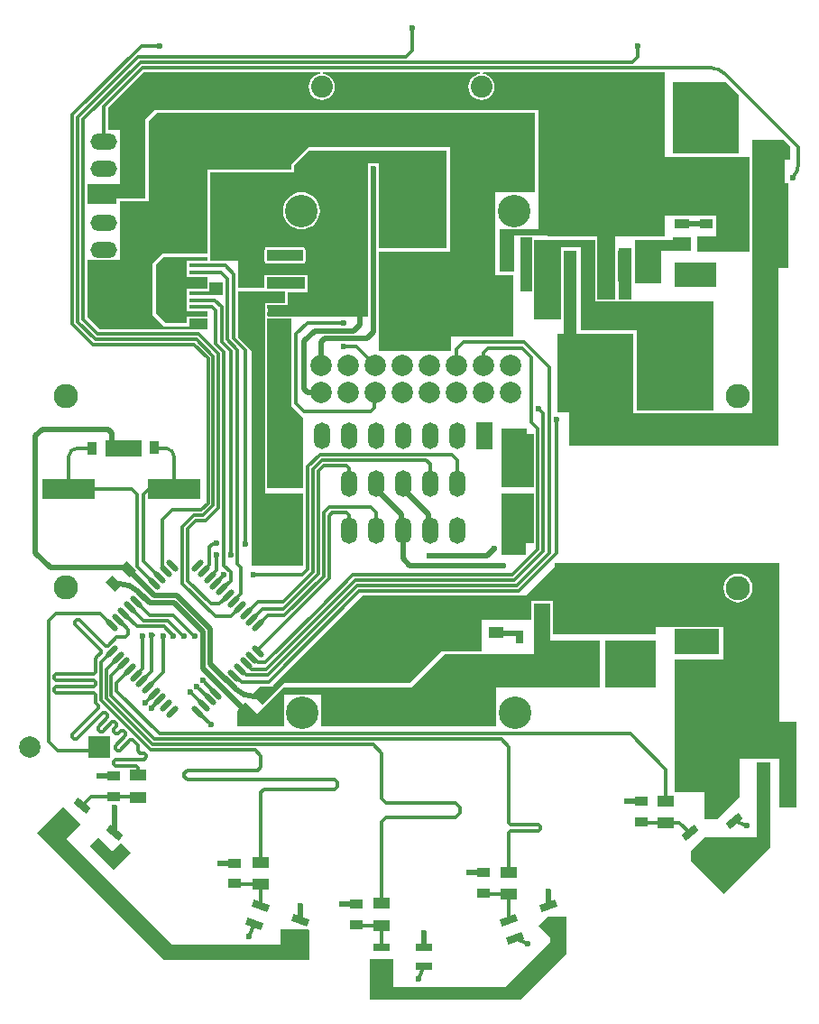
<source format=gbl>
G04*
G04 #@! TF.GenerationSoftware,Altium Limited,Altium Designer,19.0.15 (446)*
G04*
G04 Layer_Physical_Order=2*
G04 Layer_Color=16711680*
%FSLAX44Y44*%
%MOMM*%
G71*
G01*
G75*
%ADD14C,0.5000*%
%ADD16R,0.7000X1.3000*%
%ADD23R,1.3800X0.9200*%
%ADD24R,0.9000X1.3000*%
%ADD48C,0.3000*%
%ADD49C,3.0500*%
%ADD50O,1.4000X2.0000*%
%ADD51R,1.5000X2.0000*%
%ADD52C,2.0500*%
%ADD53R,2.0000X1.6000*%
%ADD54C,2.2860*%
%ADD55O,1.5000X2.5000*%
%ADD56R,1.5000X2.5000*%
%ADD57O,2.5000X1.5000*%
%ADD58R,2.0000X2.0000*%
%ADD59C,2.0000*%
G04:AMPARAMS|DCode=60|XSize=2.5mm|YSize=1.2mm|CornerRadius=0mm|HoleSize=0mm|Usage=FLASHONLY|Rotation=45.000|XOffset=0mm|YOffset=0mm|HoleType=Round|Shape=Round|*
%AMOVALD60*
21,1,1.3000,1.2000,0.0000,0.0000,45.0*
1,1,1.2000,-0.4596,-0.4596*
1,1,1.2000,0.4596,0.4596*
%
%ADD60OVALD60*%

G04:AMPARAMS|DCode=61|XSize=2.5mm|YSize=1.2mm|CornerRadius=0mm|HoleSize=0mm|Usage=FLASHONLY|Rotation=45.000|XOffset=0mm|YOffset=0mm|HoleType=Round|Shape=Rectangle|*
%AMROTATEDRECTD61*
4,1,4,-0.4596,-1.3082,-1.3082,-0.4596,0.4596,1.3082,1.3082,0.4596,-0.4596,-1.3082,0.0*
%
%ADD61ROTATEDRECTD61*%

%ADD62C,0.6000*%
%ADD63R,1.5000X1.5000*%
%ADD64R,6.8326X6.5000*%
%ADD65R,1.8970X5.7038*%
%ADD66R,0.9200X1.3800*%
%ADD67R,1.3000X0.9000*%
%ADD68R,1.3500X1.0000*%
G04:AMPARAMS|DCode=69|XSize=0.9mm|YSize=1.3mm|CornerRadius=0mm|HoleSize=0mm|Usage=FLASHONLY|Rotation=225.000|XOffset=0mm|YOffset=0mm|HoleType=Round|Shape=Rectangle|*
%AMROTATEDRECTD69*
4,1,4,-0.1414,0.7778,0.7778,-0.1414,0.1414,-0.7778,-0.7778,0.1414,-0.1414,0.7778,0.0*
%
%ADD69ROTATEDRECTD69*%

%ADD70R,2.1500X1.7000*%
%ADD71R,3.5000X5.4000*%
%ADD72R,11.0000X11.3000*%
%ADD73R,1.2500X3.0000*%
%ADD74R,4.9500X1.9500*%
G04:AMPARAMS|DCode=75|XSize=0.69mm|YSize=1.57mm|CornerRadius=0mm|HoleSize=0mm|Usage=FLASHONLY|Rotation=110.000|XOffset=0mm|YOffset=0mm|HoleType=Round|Shape=Rectangle|*
%AMROTATEDRECTD75*
4,1,4,0.8557,-0.0557,-0.6197,-0.5927,-0.8557,0.0557,0.6197,0.5927,0.8557,-0.0557,0.0*
%
%ADD75ROTATEDRECTD75*%

G04:AMPARAMS|DCode=76|XSize=0.69mm|YSize=1.57mm|CornerRadius=0mm|HoleSize=0mm|Usage=FLASHONLY|Rotation=130.000|XOffset=0mm|YOffset=0mm|HoleType=Round|Shape=Rectangle|*
%AMROTATEDRECTD76*
4,1,4,0.8231,0.2403,-0.3796,-0.7689,-0.8231,-0.2403,0.3796,0.7689,0.8231,0.2403,0.0*
%
%ADD76ROTATEDRECTD76*%

G04:AMPARAMS|DCode=77|XSize=0.55mm|YSize=1.4mm|CornerRadius=0mm|HoleSize=0mm|Usage=FLASHONLY|Rotation=45.000|XOffset=0mm|YOffset=0mm|HoleType=Round|Shape=Round|*
%AMOVALD77*
21,1,0.8500,0.5500,0.0000,0.0000,135.0*
1,1,0.5500,0.3005,-0.3005*
1,1,0.5500,-0.3005,0.3005*
%
%ADD77OVALD77*%

G04:AMPARAMS|DCode=78|XSize=0.55mm|YSize=1.4mm|CornerRadius=0mm|HoleSize=0mm|Usage=FLASHONLY|Rotation=135.000|XOffset=0mm|YOffset=0mm|HoleType=Round|Shape=Round|*
%AMOVALD78*
21,1,0.8500,0.5500,0.0000,0.0000,225.0*
1,1,0.5500,0.3005,0.3005*
1,1,0.5500,-0.3005,-0.3005*
%
%ADD78OVALD78*%

G04:AMPARAMS|DCode=79|XSize=0.69mm|YSize=1.57mm|CornerRadius=0mm|HoleSize=0mm|Usage=FLASHONLY|Rotation=50.000|XOffset=0mm|YOffset=0mm|HoleType=Round|Shape=Rectangle|*
%AMROTATEDRECTD79*
4,1,4,0.3796,-0.7689,-0.8231,0.2403,-0.3796,0.7689,0.8231,-0.2403,0.3796,-0.7689,0.0*
%
%ADD79ROTATEDRECTD79*%

%ADD80R,1.5500X1.0000*%
G04:AMPARAMS|DCode=81|XSize=0.69mm|YSize=1.57mm|CornerRadius=0mm|HoleSize=0mm|Usage=FLASHONLY|Rotation=70.000|XOffset=0mm|YOffset=0mm|HoleType=Round|Shape=Rectangle|*
%AMROTATEDRECTD81*
4,1,4,0.6197,-0.5927,-0.8557,-0.0557,-0.6197,0.5927,0.8557,0.0557,0.6197,-0.5927,0.0*
%
%ADD81ROTATEDRECTD81*%

%ADD82R,1.5700X0.6900*%
%ADD83R,1.5000X0.4000*%
%ADD84R,1.0000X1.5500*%
G36*
X2099000Y417000D02*
X2178000D01*
Y328000D01*
X2129000D01*
Y342000D01*
X2147000D01*
Y362000D01*
X2099000D01*
Y342000D01*
X2052000D01*
Y283039D01*
X2035039D01*
Y339000D01*
X2035000Y339197D01*
Y343154D01*
X1957000Y343154D01*
X1957000Y309000D01*
X1944000D01*
Y348742D01*
X1980000D01*
Y461000D01*
X1620000D01*
X1611000Y452000D01*
Y378000D01*
X1584000D01*
Y373000D01*
X1557000D01*
Y391000D01*
X1587000D01*
Y442000D01*
X1576000D01*
Y463000D01*
X1609000Y496000D01*
X1775116D01*
X1775199Y494730D01*
X1773362Y494488D01*
X1770383Y493254D01*
X1767824Y491290D01*
X1765860Y488731D01*
X1764626Y485751D01*
X1764205Y482553D01*
X1764626Y479356D01*
X1765860Y476376D01*
X1767824Y473817D01*
X1770383Y471853D01*
X1773362Y470619D01*
X1776560Y470198D01*
X1779758Y470619D01*
X1782738Y471853D01*
X1785297Y473817D01*
X1787261Y476376D01*
X1788495Y479356D01*
X1788916Y482553D01*
X1788495Y485751D01*
X1787261Y488731D01*
X1785297Y491290D01*
X1782738Y493254D01*
X1779758Y494488D01*
X1777921Y494730D01*
X1778005Y496000D01*
X1925116D01*
X1925199Y494730D01*
X1923362Y494488D01*
X1920383Y493254D01*
X1917824Y491290D01*
X1915860Y488731D01*
X1914626Y485751D01*
X1914205Y482553D01*
X1914626Y479356D01*
X1915860Y476376D01*
X1917824Y473817D01*
X1920383Y471853D01*
X1923362Y470619D01*
X1926560Y470198D01*
X1929758Y470619D01*
X1932738Y471853D01*
X1935297Y473817D01*
X1937261Y476376D01*
X1938495Y479356D01*
X1938916Y482553D01*
X1938495Y485751D01*
X1937261Y488731D01*
X1935297Y491290D01*
X1932738Y493254D01*
X1929758Y494488D01*
X1927921Y494730D01*
X1928005Y496000D01*
X2099000D01*
Y417000D01*
D02*
G37*
G36*
X2168000Y475000D02*
Y420000D01*
X2106000D01*
Y487000D01*
X2156000D01*
X2168000Y475000D01*
D02*
G37*
G36*
X1894000Y331000D02*
X1830000D01*
Y411000D01*
X1825963D01*
X1824736Y411244D01*
X1823510Y411000D01*
X1820000D01*
X1820000Y409000D01*
Y407966D01*
X1819638Y406146D01*
X1820000Y404326D01*
X1820000Y267000D01*
X1748197Y267000D01*
X1748000Y267039D01*
X1725676Y267039D01*
Y277961D01*
X1742000D01*
X1742197Y278000D01*
X1745000D01*
Y290000D01*
X1763522D01*
Y306000D01*
X1761197D01*
X1761000Y306039D01*
X1725000D01*
X1724803Y306000D01*
X1723000D01*
Y304197D01*
X1722961Y304000D01*
X1722961Y294000D01*
X1697990Y294000D01*
Y319000D01*
X1672000Y319000D01*
Y402000D01*
X1751000D01*
Y409000D01*
X1765000Y423000D01*
X1894000D01*
Y331000D01*
D02*
G37*
G36*
X2123000Y329000D02*
X2095000D01*
Y298000D01*
X2071000D01*
Y339197D01*
X2106000D01*
Y341000D01*
X2123000D01*
Y329000D01*
D02*
G37*
G36*
X2147000Y295000D02*
X2108000D01*
Y318000D01*
X2147000D01*
Y295000D01*
D02*
G37*
G36*
X1761000Y292963D02*
X1742383D01*
X1742000Y293039D01*
X1725000D01*
X1725000Y304000D01*
X1761000D01*
Y292963D01*
D02*
G37*
G36*
X1974000Y339197D02*
X1973961Y339000D01*
Y291000D01*
X1963000D01*
Y341000D01*
X1974000D01*
Y339197D01*
D02*
G37*
G36*
X1684000Y287000D02*
X1652524D01*
Y290961D01*
X1669000D01*
X1669197Y291000D01*
X1671000D01*
Y292803D01*
X1671039Y293000D01*
Y299000D01*
X1684000D01*
Y287000D01*
D02*
G37*
G36*
X2067000Y283039D02*
X2055000D01*
Y331000D01*
X2067000D01*
Y283039D01*
D02*
G37*
G36*
X1669000Y319000D02*
X1650000D01*
Y304000D01*
X1669000D01*
Y293000D01*
X1650000D01*
Y272000D01*
X1650818D01*
Y271850D01*
X1669000D01*
Y266954D01*
X1650000D01*
Y261000D01*
X1629926D01*
X1621000Y269926D01*
Y316000D01*
X1628000Y323000D01*
X1669000D01*
Y319000D01*
D02*
G37*
G36*
X1977000Y384048D02*
X1939544D01*
X1939544Y306000D01*
X1956000D01*
Y248000D01*
X1898000D01*
Y235000D01*
X1830000D01*
Y328000D01*
X1897000D01*
Y426000D01*
X1764000Y426000D01*
X1748000Y410000D01*
X1748000Y405000D01*
X1669000D01*
Y326000D01*
X1627000Y326000D01*
X1618000Y317000D01*
X1618000Y269000D01*
X1629000Y258000D01*
X1652524D01*
X1652524Y264915D01*
X1669000D01*
Y255000D01*
X1568248D01*
X1557000Y266248D01*
Y320000D01*
X1587000D01*
Y375000D01*
X1614000D01*
Y450000D01*
X1622000Y458000D01*
X1977000D01*
X1977000Y384048D01*
D02*
G37*
G36*
X2033000Y281000D02*
X2144000D01*
Y179000D01*
X2072000D01*
Y254000D01*
X2020000D01*
Y332000D01*
X2001000D01*
Y264000D01*
X1976000D01*
Y339000D01*
X2033000D01*
Y281000D01*
D02*
G37*
G36*
X2216000Y427000D02*
Y414000D01*
X2211000D01*
Y392000D01*
X2215000D01*
Y313000D01*
X2204991D01*
Y146000D01*
X2009000Y146000D01*
X2009000Y177476D01*
X1998000Y177476D01*
X1998000Y251000D01*
X2004000D01*
Y329000D01*
X2016000D01*
Y251000D01*
X2069000D01*
Y176000D01*
X2181000D01*
Y433000D01*
X2210000D01*
X2216000Y427000D01*
D02*
G37*
G36*
X1607901Y151000D02*
X1607901Y135890D01*
X1573452D01*
Y151000D01*
X1607901Y151000D01*
D02*
G37*
G36*
X1969000Y157000D02*
X1975931D01*
Y107000D01*
X1945000D01*
Y162000D01*
X1969000D01*
Y157000D01*
D02*
G37*
G36*
X1748000Y265000D02*
X1748000Y183054D01*
X1759000Y172054D01*
Y106000D01*
X1725422Y106000D01*
X1725422Y265000D01*
X1748000Y265000D01*
D01*
D02*
G37*
G36*
X1975931Y54000D02*
X1968000D01*
Y43000D01*
X1945000D01*
Y101000D01*
X1975931D01*
Y54000D01*
D02*
G37*
G36*
X1741985Y290963D02*
X1742000Y290948D01*
Y280000D01*
X1725676D01*
X1725676Y280000D01*
X1723390D01*
Y279850D01*
X1723318D01*
Y271850D01*
Y265350D01*
Y258850D01*
Y252350D01*
X1723383D01*
X1723383Y106000D01*
X1723390Y105964D01*
Y101000D01*
X1759000Y101000D01*
Y33000D01*
X1711000D01*
X1711000Y234840D01*
X1698000Y247840D01*
X1698000Y291000D01*
X1741799D01*
X1741985Y290963D01*
D02*
G37*
G36*
X2149000Y-50000D02*
X2108000D01*
Y-26000D01*
X2149000D01*
Y-50000D01*
D02*
G37*
G36*
X2090000Y-81000D02*
X2043000D01*
Y-37000D01*
X2090000D01*
Y-81000D01*
D02*
G37*
G36*
X1991000Y-2000D02*
Y-37000D01*
X2038000Y-37000D01*
Y-81014D01*
X1940000D01*
Y-117352D01*
X1939542Y-117542D01*
X1776222Y-117542D01*
Y-88138D01*
X1762055D01*
X1761916Y-88096D01*
X1758534Y-87763D01*
X1755152Y-88096D01*
X1755013Y-88138D01*
X1741170D01*
Y-117542D01*
X1697000Y-117542D01*
Y-103181D01*
X1705000Y-95181D01*
X1715819Y-106000D01*
X1716000D01*
X1740986Y-81014D01*
X1860986D01*
X1892000Y-50000D01*
X1975931D01*
X1976000Y-2000D01*
X1991000Y-2000D01*
D02*
G37*
G36*
X2206000Y-113000D02*
X2222000D01*
Y-194000D01*
X2206000D01*
Y-148000D01*
X2168902D01*
Y-184098D01*
X2148000Y-205000D01*
X2136000D01*
Y-179000D01*
X2108000D01*
Y-55164D01*
X2108116Y-55116D01*
X2154000D01*
Y-24000D01*
X2149197D01*
X2149000Y-23961D01*
X2108000D01*
X2107803Y-24000D01*
X2090000D01*
Y-31000D01*
X1994000D01*
Y0D01*
X1991197D01*
X1991000Y39D01*
X1976000Y39D01*
X1975803Y0D01*
X1973000D01*
Y-17392D01*
X1927000D01*
Y-47000D01*
X1889000Y-47073D01*
X1859279Y-76893D01*
X1741000Y-76893D01*
X1720893Y-97000D01*
X1711731Y-87838D01*
X1711536Y-86649D01*
X1718360Y-79825D01*
X1730195Y-79825D01*
X1731000Y-79020D01*
X1815273Y5253D01*
X1968253D01*
X1995573Y32573D01*
X1995573Y36000D01*
X2206000D01*
Y-113000D01*
D02*
G37*
G36*
X1580000Y-234815D02*
X1587272Y-227542D01*
X1588542Y-227542D01*
X1597000Y-236000D01*
X1581000Y-252000D01*
X1559558Y-230558D01*
Y-228961D01*
X1566519Y-222000D01*
X1580000Y-234815D01*
D02*
G37*
G36*
X2198000Y-230718D02*
X2154000Y-274718D01*
X2123000Y-243718D01*
Y-234000D01*
X2136000Y-222000D01*
X2185000D01*
Y-151000D01*
X2198000D01*
Y-230718D01*
D02*
G37*
G36*
X1536445Y-195445D02*
X1550000Y-209000D01*
X1550293Y-209707D01*
X1537000Y-223000D01*
X1636000Y-322000D01*
X1738000D01*
Y-308000D01*
X1762916D01*
X1764103Y-308286D01*
X1765000Y-309044D01*
Y-337000D01*
X1629000D01*
X1509000Y-217000D01*
X1533500Y-192500D01*
X1536445Y-195445D01*
D02*
G37*
G36*
X2006000Y-331000D02*
X1963000Y-374000D01*
X1822000D01*
Y-336000D01*
X1844000D01*
Y-362000D01*
X1949000D01*
X1990922Y-320078D01*
Y-315754D01*
X1980168Y-305000D01*
X1989167Y-296000D01*
X2006000D01*
Y-331000D01*
D02*
G37*
%LPC*%
G36*
X1757620Y383661D02*
X1754238Y383328D01*
X1750987Y382342D01*
X1747990Y380740D01*
X1745363Y378585D01*
X1743208Y375958D01*
X1741606Y372961D01*
X1740620Y369710D01*
X1740287Y366328D01*
X1740620Y362946D01*
X1741606Y359695D01*
X1743208Y356698D01*
X1745363Y354071D01*
X1747990Y351916D01*
X1750987Y350314D01*
X1754238Y349328D01*
X1757620Y348995D01*
X1761002Y349328D01*
X1764253Y350314D01*
X1767250Y351916D01*
X1769877Y354071D01*
X1772032Y356698D01*
X1773634Y359695D01*
X1774620Y362946D01*
X1774953Y366328D01*
X1774620Y369710D01*
X1773634Y372961D01*
X1772032Y375958D01*
X1769877Y378585D01*
X1767250Y380740D01*
X1764253Y382342D01*
X1761002Y383328D01*
X1757620Y383661D01*
D02*
G37*
G36*
X1759188Y331985D02*
X1725000D01*
X1724320Y331850D01*
X1723318D01*
Y331029D01*
X1723116Y330726D01*
X1722961Y329946D01*
Y319000D01*
X1723116Y318220D01*
X1723318Y317917D01*
Y317350D01*
X1723869D01*
X1724220Y317116D01*
X1725000Y316961D01*
X1759188D01*
X1759968Y317116D01*
X1760630Y317558D01*
X1761072Y318220D01*
X1761227Y319000D01*
Y329946D01*
X1761072Y330726D01*
X1760630Y331388D01*
X1759968Y331830D01*
X1759188Y331985D01*
D02*
G37*
%LPD*%
G36*
Y319000D02*
X1725000D01*
Y329946D01*
X1759188D01*
Y319000D01*
D02*
G37*
%LPC*%
G36*
X2167382Y25992D02*
X2163876Y25530D01*
X2160609Y24177D01*
X2157804Y22024D01*
X2155651Y19219D01*
X2154298Y15952D01*
X2153836Y12446D01*
X2154298Y8940D01*
X2155651Y5673D01*
X2157804Y2868D01*
X2160609Y715D01*
X2163876Y-638D01*
X2167382Y-1100D01*
X2170888Y-638D01*
X2174155Y715D01*
X2176960Y2868D01*
X2179113Y5673D01*
X2180466Y8940D01*
X2180928Y12446D01*
X2180466Y15952D01*
X2179113Y19219D01*
X2176960Y22024D01*
X2174155Y24177D01*
X2170888Y25530D01*
X2167382Y25992D01*
D02*
G37*
%LPD*%
D14*
X1703989Y-102149D02*
G03*
X1706004Y-102984I2016J2016D01*
G01*
X1604197Y8957D02*
G03*
X1586237Y16396I-17960J-17960D01*
G01*
X2137612Y354278D02*
G03*
X2137408Y354482I-204J0D01*
G01*
X1600454Y143510D02*
G03*
X1600708Y143764I0J254D01*
G01*
X1695263Y-82109D02*
G03*
X1713224Y-89549I17960J17960D01*
G01*
X1581997Y-217378D02*
X1582500Y-216875D01*
Y-194000D01*
X1581997Y-217378D02*
X1582000Y-217381D01*
X1581745Y-217637D02*
X1582000Y-217381D01*
X1812290Y269290D02*
X1813000Y270000D01*
X1812290Y259588D02*
Y269290D01*
X1852872Y39682D02*
X1859280Y33274D01*
X1824736Y252730D02*
Y406146D01*
X1818774Y246768D02*
X1824736Y252730D01*
X1779150Y246768D02*
X1818774D01*
X1859280Y33274D02*
X1946910D01*
X1852872Y39682D02*
Y66040D01*
X1932178Y42672D02*
X1938528Y49022D01*
X1877822Y42672D02*
X1932178D01*
X1637792Y-1778D02*
X1664850Y-28836D01*
Y-63010D02*
Y-28836D01*
Y-63010D02*
X1682854Y-81014D01*
X1640692Y5222D02*
X1671850Y-25937D01*
Y-58831D02*
Y-25937D01*
Y-58831D02*
X1688376Y-75357D01*
X1507998Y45212D02*
X1521964Y31246D01*
X1593267D01*
X1507998Y45212D02*
Y154940D01*
X1514094Y161036D01*
X1576304D01*
X1579830Y157510D01*
Y143510D02*
Y157510D01*
X1806470Y253768D02*
X1812290Y259588D01*
X1770148Y253768D02*
X1806470D01*
X1760220Y243840D02*
X1770148Y253768D01*
X1760220Y199390D02*
Y243840D01*
Y199390D02*
X1763522Y196088D01*
X1775816D01*
Y243434D02*
X1779150Y246768D01*
X1775816Y221488D02*
Y243434D01*
X1682854Y-81014D02*
X1703989Y-102149D01*
X1706004Y-102984D02*
X1707419Y-104398D01*
X1876358Y67953D02*
X1878272Y66040D01*
X1876358Y67953D02*
Y81495D01*
X1852872Y104982D02*
X1876358Y81495D01*
X1852872Y104982D02*
Y109982D01*
X1850958Y67953D02*
X1852872Y66040D01*
X1850958Y67953D02*
Y81495D01*
X1827472Y104982D02*
X1850958Y81495D01*
X1827472Y104982D02*
Y109982D01*
X1989417Y-286286D02*
Y-272620D01*
X1872426Y-324756D02*
Y-311090D01*
X1756711Y-299796D02*
Y-286130D01*
X1989417Y-286286D02*
X1990922Y-284781D01*
X1681124Y-245824D02*
X1694790D01*
X2062632Y-187858D02*
X2076298D01*
X1914859Y-254968D02*
X1928525D01*
X1795424Y-284432D02*
X1809090D01*
X1567332Y-164236D02*
X1580998D01*
X1688511Y-75357D02*
X1695263Y-82109D01*
X1688376Y-75357D02*
X1688511D01*
X1619381Y5222D02*
X1640692D01*
X1613693Y10910D02*
X1619381Y5222D01*
X1613558Y10910D02*
X1613693D01*
X1604197Y8957D02*
X1607901Y5253D01*
X1615067Y-1778D02*
X1637792D01*
X1608036Y5253D02*
X1615067Y-1778D01*
X1607901Y5253D02*
X1608036D01*
X1581065Y-242316D02*
X1581290D01*
X1713224Y-89549D02*
X1719440D01*
X1721452D01*
X2114414Y354482D02*
X2137408D01*
X1944362Y-30274D02*
X1963150D01*
X1593267Y31246D02*
X1613558Y10955D01*
Y10910D02*
Y10955D01*
X1581290Y16396D02*
X1586237D01*
D16*
X1981150Y-33274D02*
D03*
X1962150D02*
D03*
D23*
X2114414Y335382D02*
D03*
Y354482D02*
D03*
D24*
X1962404Y-8890D02*
D03*
X1981404D02*
D03*
X2169058Y390398D02*
D03*
X2188058D02*
D03*
X1579830Y143510D02*
D03*
X1560830D02*
D03*
X1600708Y143764D02*
D03*
X1619708D02*
D03*
D48*
X1637996Y135890D02*
G03*
X1630376Y143510I-7620J0D01*
G01*
X1546860D02*
G03*
X1539240Y135890I0J-7620D01*
G01*
X2218690Y397510D02*
G03*
X2224024Y410387I-12877J12877D01*
G01*
X2155275Y494707D02*
G03*
X2140966Y500634I-14309J-14309D01*
G01*
X1645920Y69809D02*
X1656455Y80344D01*
X1645920Y16441D02*
Y69809D01*
X1656455Y80344D02*
X1665517D01*
X1658526Y75344D02*
X1667588D01*
X1650972Y67790D02*
X1658526Y75344D01*
X1650972Y19078D02*
Y67790D01*
X1667588Y75344D02*
X1679825Y87581D01*
X1645920Y16441D02*
X1676585Y-14224D01*
X1679825Y87581D02*
Y231951D01*
X1665517Y80344D02*
X1674825Y89652D01*
X1650972Y19078D02*
X1672590Y-2540D01*
X1680718D01*
X1688511Y5253D01*
X1676585Y-14224D02*
X1691661D01*
X1699825Y-6061D01*
X1542702Y456221D02*
X1607636Y521155D01*
X1542702Y260018D02*
Y456221D01*
Y260018D02*
X1561870Y240850D01*
X1547702Y454150D02*
X1604520Y510968D01*
X1547702Y262089D02*
Y454150D01*
Y262089D02*
X1563941Y245850D01*
X1552702Y452079D02*
X1606591Y505968D01*
X1552702Y264160D02*
Y452079D01*
Y264160D02*
X1566012Y250850D01*
X1855594Y510968D02*
X1861262Y516636D01*
X1604520Y510968D02*
X1855594D01*
X1606591Y505968D02*
X2068068D01*
X2073148Y511048D01*
X1861262Y516636D02*
Y537972D01*
X1561870Y240850D02*
X1656784D01*
X1566012Y250850D02*
X1660926D01*
X1684632Y33472D02*
X1691028Y27076D01*
X1563941Y245850D02*
X1658855D01*
X1674825Y229880D01*
Y89652D02*
Y229880D01*
X1660926Y250850D02*
X1679825Y231951D01*
X1684632Y33472D02*
Y85317D01*
X1684825Y85510D01*
X1677162Y241685D02*
X1684825Y234022D01*
Y85510D02*
Y234022D01*
X1677162Y241685D02*
Y272542D01*
X1682576Y243342D02*
X1691132Y234786D01*
X1682576Y243342D02*
Y276110D01*
X1687576Y245413D02*
Y302514D01*
Y245413D02*
X1697632Y235357D01*
X1693680Y246380D02*
X1704848Y235212D01*
X1693680Y246380D02*
Y307078D01*
X1704848Y53848D02*
Y235212D01*
X1697632Y34614D02*
Y235357D01*
X1691132Y43180D02*
Y234786D01*
X1673854Y275850D02*
X1677162Y272542D01*
X1676336Y282350D02*
X1682576Y276110D01*
X1681740Y308350D02*
X1687576Y302514D01*
X1685908Y314850D02*
X1693680Y307078D01*
X1669825Y91723D02*
Y227809D01*
X1663446Y85344D02*
X1669825Y91723D01*
X1656784Y240850D02*
X1669825Y227809D01*
X2073148Y511048D02*
Y520551D01*
X1660318Y275850D02*
X1673854D01*
X1677924Y29284D02*
Y43180D01*
X1671424Y34097D02*
Y50882D01*
X1665884Y28557D02*
X1671424Y34097D01*
X1677350Y53528D02*
X1677924Y54102D01*
X1691028Y19084D02*
Y27076D01*
X1674070Y53528D02*
X1677350D01*
X1671541Y22224D02*
Y22900D01*
X1665884Y27880D02*
Y28557D01*
X1671541Y22900D02*
X1677924Y29284D01*
X1671424Y50882D02*
X1674070Y53528D01*
X1660318Y282350D02*
X1676336D01*
X1660318Y308350D02*
X1681740D01*
X1660318Y314850D02*
X1685908D01*
X1697632Y34614D02*
X1701028Y31219D01*
X1694168Y273D02*
X1701028Y7133D01*
X1694168Y-404D02*
Y273D01*
X1701028Y7133D02*
Y31219D01*
X1608328Y500634D02*
X2140966D01*
X1571752Y464058D02*
X1608328Y500634D01*
X1990194Y45265D02*
Y219606D01*
X1966294Y243506D02*
X1990194Y219606D01*
X1959661Y14732D02*
X1990194Y45265D01*
X1979500Y48713D02*
Y161754D01*
X1955519Y24732D02*
X1979500Y48713D01*
X1806034Y24732D02*
X1955519D01*
X1984500Y46642D02*
Y176278D01*
X1957590Y19732D02*
X1984500Y46642D01*
X1808105Y19732D02*
X1957590D01*
X1810176Y14732D02*
X1959661D01*
X1996694Y44694D02*
Y170434D01*
X1961398Y9398D02*
X1996694Y44694D01*
X1811913Y9398D02*
X1961398D01*
X1973430Y167824D02*
X1979500Y161754D01*
X1979930Y180848D02*
X1984500Y176278D01*
X1746000Y299720D02*
Y300732D01*
X1617218Y-66040D02*
Y-32258D01*
X1607901Y-75357D02*
X1617218Y-66040D01*
Y-32258D02*
X1618742D01*
X1608328Y-62940D02*
Y-32666D01*
X1602244Y-69024D02*
X1608328Y-62940D01*
X1636824Y-13208D02*
X1656283Y-32666D01*
X1615048Y-13208D02*
X1636824D01*
X1656283Y-32666D02*
X1657350D01*
X1632252Y-18542D02*
X1646476Y-32766D01*
X1647190D01*
X1628295Y-23777D02*
X1637030Y-32512D01*
X1602989Y-23777D02*
X1628295D01*
X1796796Y239268D02*
X1808836D01*
X1826616Y221488D01*
X1763014Y261366D02*
X1797304D01*
X1752600Y250952D02*
X1763014Y261366D01*
X1752600Y185674D02*
Y250952D01*
X1760220Y178054D02*
X1822450D01*
X1752600Y185674D02*
X1760220Y178054D01*
X1773910Y-7392D02*
X1806034Y24732D01*
X1775981Y-12392D02*
X1808105Y19732D01*
X1778052Y-17392D02*
X1810176Y14732D01*
X1726569Y-75946D02*
X1811913Y9398D01*
X1637996Y135890D02*
X1638118Y105156D01*
X1619708Y143510D02*
X1630376D01*
X1546860D02*
X1560830D01*
X1539118Y105156D02*
X1539240Y135890D01*
X2155275Y494707D02*
X2224024Y425958D01*
Y410387D02*
Y425958D01*
X2163912Y-206035D02*
X2175418Y-210814D01*
X1958455Y-316710D02*
X1969961Y-321489D01*
X1867455Y-354262D02*
X1872234Y-342756D01*
X1708658Y-314706D02*
X1713437Y-303200D01*
X2076298Y-206858D02*
X2077302Y-207862D01*
X2099666D01*
X2112309D01*
X2122083Y-217637D01*
X1928525Y-273968D02*
X1929275Y-274718D01*
X1952401D01*
X1952299Y-274820D02*
X1952401Y-274718D01*
X1952299Y-299796D02*
Y-274820D01*
X1809090Y-303432D02*
X1809840Y-304182D01*
X1832966D01*
X1832926Y-304222D02*
X1832966Y-304182D01*
X1832926Y-324756D02*
Y-304222D01*
X1694790Y-264824D02*
X1695540Y-265574D01*
X1719682D01*
X1719593Y-265663D02*
X1719682Y-265574D01*
X1719593Y-286286D02*
Y-265663D01*
X1603616Y-183236D02*
X1604366Y-183986D01*
X1580998Y-183236D02*
X1603616D01*
X1560344Y-183388D02*
X1580846D01*
X1580998Y-183236D01*
X1551486Y-192247D02*
X1560344Y-183388D01*
X1964436Y237490D02*
X1973430Y228496D01*
X1932432Y237490D02*
X1964436D01*
X1928216Y233274D02*
X1932432Y237490D01*
X1909492Y243506D02*
X1966294D01*
X1973430Y167824D02*
Y228496D01*
X1732818Y301850D02*
X1732867Y301801D01*
X1732818Y295350D02*
Y301850D01*
X1682854Y10910D02*
X1691028Y19084D01*
X1740367Y-762D02*
X1768582Y27452D01*
X1716437Y-762D02*
X1740367D01*
X1705482Y-11717D02*
X1716437Y-762D01*
X1740580Y-7620D02*
X1773682Y25482D01*
X1720893Y-7620D02*
X1740580D01*
X1711138Y-17374D02*
X1720893Y-7620D01*
X1741555Y-13716D02*
X1778682Y23411D01*
X1726111Y-13716D02*
X1741555D01*
X1716795Y-23031D02*
X1726111Y-13716D01*
X1716795Y-45547D02*
X1783682Y21340D01*
X1716795Y-47073D02*
Y-45547D01*
X1773910Y-7392D02*
X1773910D01*
X1723644Y-57658D02*
X1773910Y-7392D01*
X1775981Y-12392D02*
X1775981D01*
X1724285Y-64088D02*
X1775981Y-12392D01*
X1778052Y-17392D02*
X1778052D01*
X1726356Y-69088D02*
X1778052Y-17392D01*
X1822450Y178054D02*
X1825984Y181588D01*
Y195456D01*
X1627632Y-66940D02*
Y-32666D01*
X1613558Y-81014D02*
X1627632Y-66940D01*
X1602244Y-69700D02*
Y-69024D01*
X1590930Y-11717D02*
X1602989Y-23777D01*
X1609351Y-18542D02*
X1632252D01*
X1596870Y-6061D02*
X1609351Y-18542D01*
X1602244Y-404D02*
X1615048Y-13208D01*
X1584198Y-84582D02*
X1624076Y-124460D01*
X1579118Y-88900D02*
X1619758Y-129540D01*
X1574118Y-90971D02*
X1617687Y-134540D01*
X1569118Y-93042D02*
X1615616Y-139540D01*
X1653402Y-85482D02*
X1665884Y-97963D01*
X1616456Y-100838D02*
Y-100743D01*
X1659059Y-79825D02*
X1671541Y-92306D01*
X1664716Y-74168D02*
X1677197Y-86649D01*
Y-86671D02*
Y-86649D01*
X1596587Y-6061D02*
X1596870D01*
X1610799Y-95086D02*
X1619215Y-86671D01*
X1616456Y-100743D02*
X1624872Y-92328D01*
X1660227Y-103641D02*
X1672708Y-116123D01*
X1825984Y195456D02*
X1826616Y196088D01*
X1763522Y126143D02*
X1775047Y137668D01*
X1763522Y29464D02*
Y126143D01*
X1775047Y137668D02*
X1898396D01*
X1777118Y132668D02*
X1874520D01*
X1768582Y124131D02*
X1777118Y132668D01*
X1768582Y27452D02*
Y124131D01*
X1778521Y127000D02*
X1799336D01*
X1773682Y122161D02*
X1778521Y127000D01*
X1773682Y25482D02*
Y122161D01*
X1799336Y127000D02*
X1802072Y124264D01*
X1527014Y-11717D02*
X1568303D01*
X1520687Y-18045D02*
X1527014Y-11717D01*
X1520687Y-131815D02*
Y-18045D01*
X1902816Y236830D02*
X1909492Y243506D01*
X1902816Y221488D02*
Y236830D01*
X1928216Y221488D02*
Y233274D01*
X1701090Y-75946D02*
X1726569D01*
X1694844Y-69700D02*
X1701090Y-75946D01*
X1705546Y-69088D02*
X1726356D01*
X1700501Y-64043D02*
X1705546Y-69088D01*
X1699825Y-64043D02*
X1700501D01*
X1711183Y-64088D02*
X1724285D01*
X1716743Y-57658D02*
X1723644D01*
X1694168Y-69700D02*
X1694844D01*
X1705482Y-58387D02*
X1711183Y-64088D01*
X1711815Y-52730D02*
X1716743Y-57658D01*
X1711138Y-52730D02*
X1711815D01*
X1712722Y24384D02*
X1758442D01*
X1763522Y29464D01*
X1802072Y66040D02*
X1803908Y67876D01*
X1778682Y23411D02*
Y83232D01*
X1783682Y21340D02*
Y80170D01*
X1786316Y82804D02*
X1800040D01*
X1783682Y80170D02*
X1786316Y82804D01*
X1802072Y109982D02*
Y124264D01*
Y66040D02*
Y80772D01*
X1800040Y82804D02*
X1802072Y80772D01*
X1822450Y87884D02*
X1827294Y83040D01*
Y66218D02*
Y83040D01*
Y66218D02*
X1827472Y66040D01*
X1783334Y87884D02*
X1822450D01*
X1778682Y83232D02*
X1783334Y87884D01*
X1898396Y137668D02*
X1903672Y132392D01*
X1878272Y109982D02*
Y128916D01*
X1874520Y132668D02*
X1878272Y128916D01*
X1903672Y109982D02*
Y132392D01*
X1684528Y24141D02*
Y24384D01*
X1677197Y16810D02*
X1684528Y24141D01*
X1677197Y16567D02*
Y16810D01*
X1607636Y521155D02*
X1624838D01*
X1571752Y431546D02*
Y464058D01*
X1636014Y85344D02*
X1663446D01*
X1626930Y76260D02*
X1636014Y85344D01*
X1626930Y33954D02*
Y76260D01*
Y33954D02*
X1627045Y33839D01*
Y31364D02*
Y33839D01*
Y31364D02*
X1630528Y27880D01*
X1609344Y37751D02*
X1624872Y22224D01*
X1603502Y32369D02*
X1619215Y16656D01*
Y16567D02*
Y16656D01*
X1609344Y100330D02*
X1614170Y105156D01*
X1609344Y37751D02*
Y100330D01*
X1598168Y105156D02*
X1603502Y99822D01*
Y32369D02*
Y99822D01*
X1614170Y105156D02*
X1638118D01*
X1539118D02*
X1598168D01*
X1528826Y-139954D02*
X1564894D01*
X1567942Y-136906D01*
X1520687Y-131815D02*
X1528826Y-139954D01*
X1568303Y-11717D02*
X1579617Y-23031D01*
X1574118Y-63885D02*
X1585273Y-52730D01*
X1574118Y-90971D02*
Y-63885D01*
X1617687Y-134540D02*
X1824910D01*
X1832966Y-142596D01*
Y-182118D02*
Y-142596D01*
Y-229362D02*
Y-213360D01*
Y-207318D01*
X1837166Y-203118D01*
X1902026D01*
X1906226Y-198918D01*
Y-193318D01*
X1902026Y-189118D02*
X1906226Y-193318D01*
X1837166Y-189118D02*
X1902026D01*
X1832966Y-184918D02*
X1837166Y-189118D01*
X1832966Y-184918D02*
Y-182118D01*
Y-283682D02*
Y-229362D01*
X1719682Y-245074D02*
Y-184150D01*
Y-179336D01*
X1722382Y-176636D01*
X1788970D01*
X1791669Y-173936D01*
Y-170336D01*
X1788970Y-167636D02*
X1791669Y-170336D01*
X1719682Y-167636D02*
X1788970D01*
X1650394D02*
X1719682D01*
X1647694Y-164936D02*
X1650394Y-167636D01*
X1647694Y-164936D02*
Y-161336D01*
X1650394Y-158636D01*
X1716982D01*
X1719682Y-155936D01*
Y-149636D01*
Y-145136D01*
X1714086Y-139540D02*
X1719682Y-145136D01*
X1615616Y-139540D02*
X1714086D01*
X1569118Y-93042D02*
Y-57571D01*
X1579617Y-47073D01*
X1579118Y-70199D02*
X1590930Y-58387D01*
X1579118Y-88900D02*
Y-70199D01*
X1619758Y-129540D02*
X1945132D01*
X1952401Y-136809D01*
Y-168656D02*
Y-136809D01*
Y-182118D02*
Y-168656D01*
Y-207010D02*
Y-182118D01*
Y-254218D02*
Y-235204D01*
Y-217810D01*
X1954201Y-216010D01*
X1980168D01*
X1981967Y-214210D01*
Y-211810D01*
X1980168Y-210010D02*
X1981967Y-211810D01*
X1954201Y-210010D02*
X1980168D01*
X1952401Y-208210D02*
X1954201Y-210010D01*
X1952401Y-208210D02*
Y-207010D01*
X1585950Y-17374D02*
X1595120Y-26544D01*
Y-30988D02*
Y-26544D01*
X1592072Y-34036D02*
X1595120Y-30988D01*
X1583815Y-34036D02*
X1592072D01*
X1575997Y-41853D02*
X1583815Y-34036D01*
X1573452Y-41853D02*
X1575997D01*
X1548823Y-17224D02*
X1573452Y-41853D01*
X1546277Y-17224D02*
X1548823D01*
X1544580Y-18921D02*
X1546277Y-17224D01*
X1544580Y-21467D02*
Y-18921D01*
Y-21467D02*
X1569209Y-46096D01*
Y-48642D02*
Y-46096D01*
X1566239Y-51611D02*
X1569209Y-48642D01*
X1564118Y-53733D02*
X1566239Y-51611D01*
X1564118Y-56113D02*
Y-53733D01*
Y-62113D02*
Y-56113D01*
Y-66313D02*
Y-62113D01*
X1562318Y-68113D02*
X1564118Y-66313D01*
X1527487Y-68113D02*
X1562318D01*
X1525687Y-69913D02*
X1527487Y-68113D01*
X1525687Y-72313D02*
Y-69913D01*
Y-72313D02*
X1527487Y-74113D01*
X1562318D01*
X1564118Y-75913D01*
Y-78313D02*
Y-75913D01*
X1562318Y-80113D02*
X1564118Y-78313D01*
X1527487Y-80113D02*
X1562318D01*
X1525687Y-81913D02*
X1527487Y-80113D01*
X1525687Y-84313D02*
Y-81913D01*
Y-84313D02*
X1527487Y-86113D01*
X1562318D01*
X1564118Y-87913D01*
Y-92113D02*
Y-87913D01*
Y-95113D02*
Y-92113D01*
Y-95113D02*
X1567031Y-98026D01*
Y-100571D02*
Y-98026D01*
X1542402Y-125201D02*
X1567031Y-100571D01*
X1542402Y-127746D02*
Y-125201D01*
Y-127746D02*
X1544099Y-129443D01*
X1546644D01*
X1571273Y-104814D01*
X1573819D01*
X1575516Y-106511D01*
Y-109057D02*
Y-106511D01*
X1566519Y-118054D02*
X1575516Y-109057D01*
X1566519Y-120600D02*
Y-118054D01*
Y-120600D02*
X1568216Y-122297D01*
X1570761D01*
X1579759Y-113299D01*
X1582304D01*
X1584001Y-114996D01*
Y-117542D02*
Y-114996D01*
X1581147Y-120397D02*
X1584001Y-117542D01*
X1581147Y-122942D02*
Y-120397D01*
Y-122942D02*
X1582844Y-124639D01*
X1585389D01*
X1588244Y-121785D01*
X1590790D01*
X1592487Y-123482D01*
X1592487Y-126027D01*
X1582551Y-135963D02*
X1592487Y-126027D01*
X1582551Y-138508D02*
Y-135963D01*
Y-138508D02*
X1584248Y-140205D01*
X1586794D01*
X1596729Y-130270D01*
X1599275D01*
X1602245Y-133240D01*
X1604366Y-135361D01*
Y-136486D02*
Y-135361D01*
Y-140686D02*
Y-136486D01*
Y-140686D02*
X1606166Y-142486D01*
X1609922D01*
X1611722Y-144286D01*
Y-146686D02*
Y-144286D01*
X1609922Y-148486D02*
X1611722Y-146686D01*
X1604366Y-148486D02*
X1609922D01*
X1582880D02*
X1604366D01*
X1581080Y-150286D02*
X1582880Y-148486D01*
X1581080Y-152686D02*
Y-150286D01*
Y-152686D02*
X1582880Y-154486D01*
X1602566D01*
X1604366Y-156286D01*
Y-160486D02*
Y-156286D01*
Y-163486D02*
Y-160486D01*
X1585273Y-17374D02*
X1585950D01*
X2066036Y-124460D02*
X2099666Y-158090D01*
X1624076Y-124460D02*
X2066036D01*
X1584198Y-84582D02*
Y-76433D01*
X1596587Y-64043D01*
X2099666Y-187362D02*
Y-158090D01*
D49*
X1758534Y-105096D02*
D03*
X1958284D02*
D03*
X1957370Y366328D02*
D03*
X1757620D02*
D03*
D50*
X2116836Y-164592D02*
D03*
Y-37846D02*
D03*
X2115922Y433578D02*
D03*
Y306832D02*
D03*
D51*
X2139534Y-37746D02*
D03*
Y-164646D02*
D03*
X2138620Y306778D02*
D03*
Y433678D02*
D03*
D52*
X1926560Y482553D02*
D03*
X1776560D02*
D03*
D53*
X1956508Y151722D02*
D03*
Y53170D02*
D03*
X1747320Y152062D02*
D03*
Y53510D02*
D03*
D54*
X2167382Y192446D02*
D03*
X2167382Y12446D02*
D03*
X1536446Y192786D02*
D03*
X1536446Y12786D02*
D03*
D55*
X1776672Y155194D02*
D03*
X1802072D02*
D03*
X1827472D02*
D03*
X1852872D02*
D03*
X1878272D02*
D03*
X1903672D02*
D03*
X1802072Y66040D02*
D03*
X1827472D02*
D03*
X1852872D02*
D03*
X1878272D02*
D03*
X1903672D02*
D03*
X1802072Y109982D02*
D03*
X1827472D02*
D03*
X1852872D02*
D03*
X1878272D02*
D03*
X1903672D02*
D03*
D56*
X1929072Y155194D02*
D03*
D57*
X1571752Y329946D02*
D03*
Y355346D02*
D03*
Y380746D02*
D03*
Y406146D02*
D03*
Y431546D02*
D03*
D58*
X1567942Y-136906D02*
D03*
D59*
X1502918D02*
D03*
X1775816Y196088D02*
D03*
X1801216D02*
D03*
X1826616D02*
D03*
X1852016D02*
D03*
X1877416D02*
D03*
X1902816D02*
D03*
X1928216D02*
D03*
X1953616D02*
D03*
X1775816Y221488D02*
D03*
X1801216D02*
D03*
X1826616D02*
D03*
X1852016D02*
D03*
X1877416D02*
D03*
X1902816D02*
D03*
X1928216D02*
D03*
X1953616D02*
D03*
D60*
X2204991Y418829D02*
D03*
D61*
X2151109Y472711D02*
D03*
D62*
X1677924Y43180D02*
D03*
Y54102D02*
D03*
X1691132Y43180D02*
D03*
X1704848Y53848D02*
D03*
X1582500Y-194000D02*
D03*
X2009000Y-47498D02*
D03*
X2168902Y393881D02*
D03*
X1639316Y305000D02*
D03*
X1735000Y466000D02*
D03*
X1803654Y408000D02*
D03*
X1588000Y-235000D02*
D03*
X1917000Y348742D02*
D03*
X2080262Y-64043D02*
D03*
X1726492Y466000D02*
D03*
X2168902Y403000D02*
D03*
X1966808Y113096D02*
D03*
X1973000Y113000D02*
D03*
X1966904Y94096D02*
D03*
X1973000Y94234D02*
D03*
X1754904Y299816D02*
D03*
Y325096D02*
D03*
X2060786Y288000D02*
D03*
Y296000D02*
D03*
X1968500Y328000D02*
D03*
Y337000D02*
D03*
X1747320Y325096D02*
D03*
X1746000Y299720D02*
D03*
X1678178Y291000D02*
D03*
X1617218Y-32258D02*
D03*
X1608328Y-32666D02*
D03*
X1861262Y537972D02*
D03*
X1946910Y33274D02*
D03*
X1877822Y42672D02*
D03*
X2080262Y-55116D02*
D03*
X1647190Y-32766D02*
D03*
X1657350Y-32666D02*
D03*
X1637030Y-32512D02*
D03*
X1803654Y417000D02*
D03*
X1796796Y239268D02*
D03*
X1951482Y-1270D02*
D03*
X1938528Y49022D02*
D03*
X1639316Y296164D02*
D03*
X1989417Y-272620D02*
D03*
X1872426Y-311090D02*
D03*
X1756711Y-286130D02*
D03*
X1681124Y-245824D02*
D03*
X2062632Y-187858D02*
D03*
X1914859Y-254968D02*
D03*
X1795424Y-284432D02*
D03*
X1567332Y-164236D02*
D03*
X1824736Y406146D02*
D03*
X1581290Y-242316D02*
D03*
X2018792Y-47498D02*
D03*
X1909318Y348742D02*
D03*
X2175418Y-210814D02*
D03*
X1969961Y-321489D02*
D03*
X1867455Y-354262D02*
D03*
X1708658Y-314706D02*
D03*
X1996694Y170434D02*
D03*
X1797304Y261366D02*
D03*
X1627632Y-32666D02*
D03*
X1610799Y-95181D02*
D03*
X1653402Y-85482D02*
D03*
X1616456Y-100838D02*
D03*
X1659059Y-79825D02*
D03*
X1672708Y-116144D02*
D03*
X1664716Y-74168D02*
D03*
X1979930Y180848D02*
D03*
X1712722Y24384D02*
D03*
X1684528D02*
D03*
X2073148Y520551D02*
D03*
X1624838Y521155D02*
D03*
X2218690Y397510D02*
D03*
D63*
X2006702Y-46736D02*
D03*
X2052422D02*
D03*
D64*
X2029816Y3302D02*
D03*
D65*
X1857096Y363164D02*
D03*
Y266248D02*
D03*
D66*
X1968754Y299466D02*
D03*
X1949654D02*
D03*
Y316992D02*
D03*
X1968754D02*
D03*
D67*
X2080262Y-44144D02*
D03*
Y-25144D02*
D03*
X2137612Y354278D02*
D03*
Y335278D02*
D03*
X1580998Y-183236D02*
D03*
Y-164236D02*
D03*
X1694790Y-264824D02*
D03*
Y-245824D02*
D03*
X1809090Y-303432D02*
D03*
Y-284432D02*
D03*
X1928525Y-273968D02*
D03*
X1928525Y-254968D02*
D03*
X1956816Y94132D02*
D03*
Y113132D02*
D03*
X2076298Y-206858D02*
D03*
Y-187858D02*
D03*
X1746866Y94132D02*
D03*
Y113132D02*
D03*
D68*
X1939900Y-29812D02*
D03*
Y-9812D02*
D03*
D69*
X1594725Y29832D02*
D03*
X1581290Y16396D02*
D03*
X1719440Y-89549D02*
D03*
X1706004Y-102984D02*
D03*
D70*
X1988796Y273812D02*
D03*
X1941296D02*
D03*
D71*
X2120838Y221488D02*
D03*
X2017838D02*
D03*
D72*
X2043786Y398526D02*
D03*
D73*
X2009786Y314526D02*
D03*
X2026786D02*
D03*
X2043786D02*
D03*
X2060786D02*
D03*
X2077786D02*
D03*
D74*
X1539118Y105156D02*
D03*
X1638118D02*
D03*
D75*
X1989417Y-286286D02*
D03*
X1995573Y-303200D02*
D03*
X1952299Y-299796D02*
D03*
X1958455Y-316710D02*
D03*
D76*
X2152342Y-192247D02*
D03*
X2163912Y-206035D02*
D03*
X2122083Y-217637D02*
D03*
X2133654Y-231425D02*
D03*
D77*
X1671541Y-92328D02*
D03*
X1716795Y-47073D02*
D03*
X1711138Y-52730D02*
D03*
X1705482Y-58387D02*
D03*
X1699825Y-64043D02*
D03*
X1694168Y-69700D02*
D03*
X1688511Y-75357D02*
D03*
X1682854Y-81014D02*
D03*
X1677197Y-86671D02*
D03*
X1665884Y-97985D02*
D03*
X1660227Y-103641D02*
D03*
X1579617Y-23031D02*
D03*
X1585273Y-17374D02*
D03*
X1590930Y-11717D02*
D03*
X1596587Y-6061D02*
D03*
X1602244Y-404D02*
D03*
X1607901Y5253D02*
D03*
X1613558Y10910D02*
D03*
X1619215Y16567D02*
D03*
X1624872Y22224D02*
D03*
X1630528Y27880D02*
D03*
X1636185Y33537D02*
D03*
D78*
Y-103641D02*
D03*
X1630528Y-97985D02*
D03*
X1624872Y-92328D02*
D03*
X1619215Y-86671D02*
D03*
X1613558Y-81014D02*
D03*
X1607901Y-75357D02*
D03*
X1602244Y-69700D02*
D03*
X1596587Y-64043D02*
D03*
X1590930Y-58387D02*
D03*
X1585273Y-52730D02*
D03*
X1579617Y-47073D02*
D03*
X1660227Y33537D02*
D03*
X1665884Y27880D02*
D03*
X1671541Y22224D02*
D03*
X1677197Y16567D02*
D03*
X1682854Y10910D02*
D03*
X1688511Y5253D02*
D03*
X1694168Y-404D02*
D03*
X1699825Y-6061D02*
D03*
X1705482Y-11717D02*
D03*
X1711138Y-17374D02*
D03*
X1716795Y-23031D02*
D03*
D79*
X1581745Y-217637D02*
D03*
X1570174Y-231425D02*
D03*
X1551486Y-192247D02*
D03*
X1539916Y-206035D02*
D03*
D80*
X1604366Y-183986D02*
D03*
Y-163486D02*
D03*
X1719682Y-265574D02*
D03*
Y-245074D02*
D03*
X1832966Y-304182D02*
D03*
Y-283682D02*
D03*
X1952401Y-274718D02*
D03*
X1952401Y-254218D02*
D03*
X2099666Y-207862D02*
D03*
Y-187362D02*
D03*
D81*
X1756711Y-299796D02*
D03*
X1750555Y-316710D02*
D03*
X1719593Y-286286D02*
D03*
X1713437Y-303200D02*
D03*
D82*
X1872426Y-324756D02*
D03*
Y-342756D02*
D03*
X1832926Y-324756D02*
D03*
Y-342756D02*
D03*
D83*
X1732818Y327850D02*
D03*
Y321350D02*
D03*
Y314850D02*
D03*
Y308350D02*
D03*
Y301850D02*
D03*
Y295350D02*
D03*
Y288850D02*
D03*
Y282350D02*
D03*
Y275850D02*
D03*
Y269350D02*
D03*
Y262850D02*
D03*
Y256350D02*
D03*
X1660318Y269350D02*
D03*
Y275850D02*
D03*
Y282350D02*
D03*
Y288850D02*
D03*
Y295350D02*
D03*
Y301850D02*
D03*
Y308350D02*
D03*
Y314850D02*
D03*
Y321350D02*
D03*
Y327850D02*
D03*
Y262850D02*
D03*
Y256350D02*
D03*
D84*
X2191438Y-160528D02*
D03*
X2211938D02*
D03*
X2191691Y-183388D02*
D03*
X2212191D02*
D03*
M02*

</source>
